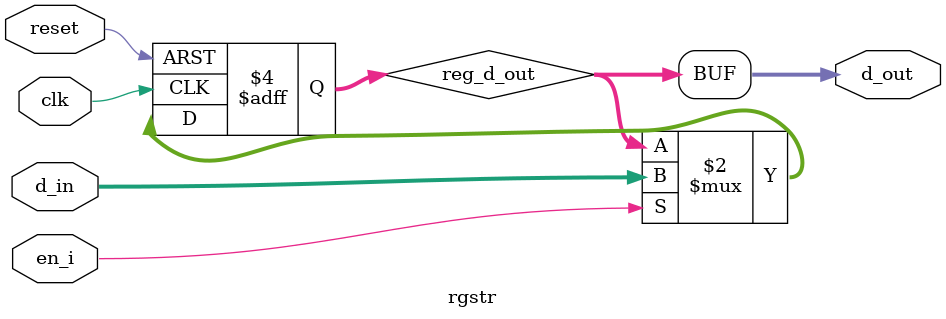
<source format=v>
module rgstr(
    input  wire                  clk,
    input  wire                  reset,
    input  wire                  en_i,
    input  wire [15:0]           d_in,
    output wire [15:0]           d_out
);

    reg [15:0] reg_d_out;
    assign d_out = reg_d_out;

    always @(posedge clk or posedge reset) begin
        if(reset) begin
            reg_d_out <= 16'b0;
        end else begin
            if(en_i) reg_d_out <= d_in;
        end
    end

endmodule

</source>
